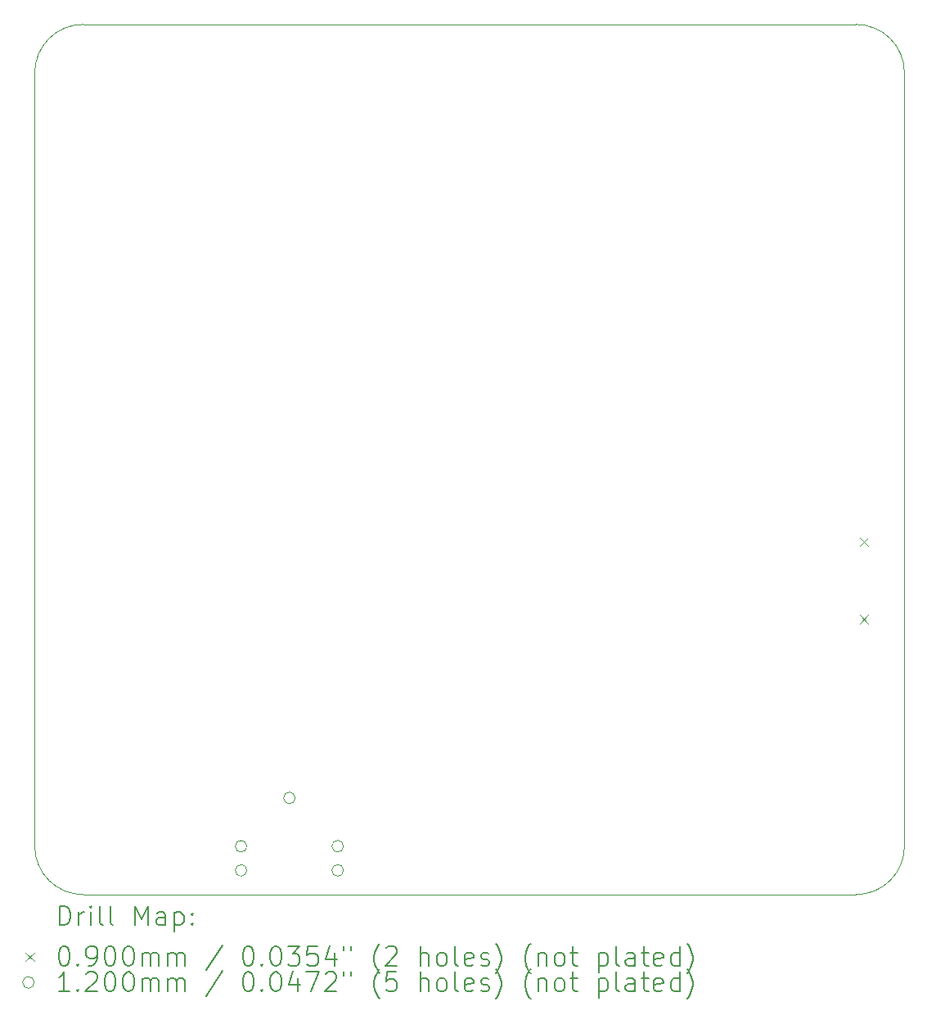
<source format=gbr>
%TF.GenerationSoftware,KiCad,Pcbnew,7.0.9*%
%TF.CreationDate,2024-02-28T20:27:16+01:00*%
%TF.ProjectId,logger_pcb_kicad,6c6f6767-6572-45f7-9063-625f6b696361,rev?*%
%TF.SameCoordinates,Original*%
%TF.FileFunction,Drillmap*%
%TF.FilePolarity,Positive*%
%FSLAX45Y45*%
G04 Gerber Fmt 4.5, Leading zero omitted, Abs format (unit mm)*
G04 Created by KiCad (PCBNEW 7.0.9) date 2024-02-28 20:27:16*
%MOMM*%
%LPD*%
G01*
G04 APERTURE LIST*
%ADD10C,0.100000*%
%ADD11C,0.200000*%
%ADD12C,0.120000*%
G04 APERTURE END LIST*
D10*
X10450000Y-13200000D02*
G75*
G03*
X10950000Y-13700000I500000J0D01*
G01*
X10450000Y-5200000D02*
X10450000Y-13200000D01*
X18950000Y-13700000D02*
G75*
G03*
X19450000Y-13200000I0J500000D01*
G01*
X19450000Y-5200000D02*
G75*
G03*
X18950000Y-4700000I-500000J0D01*
G01*
X10950000Y-4700000D02*
G75*
G03*
X10450000Y-5200000I0J-500000D01*
G01*
X18950000Y-4700000D02*
X10950000Y-4700000D01*
X19450000Y-13200000D02*
X19450000Y-5200000D01*
X10950000Y-13700000D02*
X18950000Y-13700000D01*
D11*
D10*
X18986460Y-10007320D02*
X19076460Y-10097320D01*
X19076460Y-10007320D02*
X18986460Y-10097320D01*
X18986460Y-10807320D02*
X19076460Y-10897320D01*
X19076460Y-10807320D02*
X18986460Y-10897320D01*
D12*
X12645000Y-13200000D02*
G75*
G03*
X12645000Y-13200000I-60000J0D01*
G01*
X12645000Y-13450000D02*
G75*
G03*
X12645000Y-13450000I-60000J0D01*
G01*
X13145000Y-12700000D02*
G75*
G03*
X13145000Y-12700000I-60000J0D01*
G01*
X13645000Y-13200000D02*
G75*
G03*
X13645000Y-13200000I-60000J0D01*
G01*
X13645000Y-13450000D02*
G75*
G03*
X13645000Y-13450000I-60000J0D01*
G01*
D11*
X10705777Y-14016484D02*
X10705777Y-13816484D01*
X10705777Y-13816484D02*
X10753396Y-13816484D01*
X10753396Y-13816484D02*
X10781967Y-13826008D01*
X10781967Y-13826008D02*
X10801015Y-13845055D01*
X10801015Y-13845055D02*
X10810539Y-13864103D01*
X10810539Y-13864103D02*
X10820063Y-13902198D01*
X10820063Y-13902198D02*
X10820063Y-13930769D01*
X10820063Y-13930769D02*
X10810539Y-13968865D01*
X10810539Y-13968865D02*
X10801015Y-13987912D01*
X10801015Y-13987912D02*
X10781967Y-14006960D01*
X10781967Y-14006960D02*
X10753396Y-14016484D01*
X10753396Y-14016484D02*
X10705777Y-14016484D01*
X10905777Y-14016484D02*
X10905777Y-13883150D01*
X10905777Y-13921246D02*
X10915301Y-13902198D01*
X10915301Y-13902198D02*
X10924824Y-13892674D01*
X10924824Y-13892674D02*
X10943872Y-13883150D01*
X10943872Y-13883150D02*
X10962920Y-13883150D01*
X11029586Y-14016484D02*
X11029586Y-13883150D01*
X11029586Y-13816484D02*
X11020063Y-13826008D01*
X11020063Y-13826008D02*
X11029586Y-13835531D01*
X11029586Y-13835531D02*
X11039110Y-13826008D01*
X11039110Y-13826008D02*
X11029586Y-13816484D01*
X11029586Y-13816484D02*
X11029586Y-13835531D01*
X11153396Y-14016484D02*
X11134348Y-14006960D01*
X11134348Y-14006960D02*
X11124824Y-13987912D01*
X11124824Y-13987912D02*
X11124824Y-13816484D01*
X11258158Y-14016484D02*
X11239110Y-14006960D01*
X11239110Y-14006960D02*
X11229586Y-13987912D01*
X11229586Y-13987912D02*
X11229586Y-13816484D01*
X11486729Y-14016484D02*
X11486729Y-13816484D01*
X11486729Y-13816484D02*
X11553396Y-13959341D01*
X11553396Y-13959341D02*
X11620062Y-13816484D01*
X11620062Y-13816484D02*
X11620062Y-14016484D01*
X11801015Y-14016484D02*
X11801015Y-13911722D01*
X11801015Y-13911722D02*
X11791491Y-13892674D01*
X11791491Y-13892674D02*
X11772443Y-13883150D01*
X11772443Y-13883150D02*
X11734348Y-13883150D01*
X11734348Y-13883150D02*
X11715301Y-13892674D01*
X11801015Y-14006960D02*
X11781967Y-14016484D01*
X11781967Y-14016484D02*
X11734348Y-14016484D01*
X11734348Y-14016484D02*
X11715301Y-14006960D01*
X11715301Y-14006960D02*
X11705777Y-13987912D01*
X11705777Y-13987912D02*
X11705777Y-13968865D01*
X11705777Y-13968865D02*
X11715301Y-13949817D01*
X11715301Y-13949817D02*
X11734348Y-13940293D01*
X11734348Y-13940293D02*
X11781967Y-13940293D01*
X11781967Y-13940293D02*
X11801015Y-13930769D01*
X11896253Y-13883150D02*
X11896253Y-14083150D01*
X11896253Y-13892674D02*
X11915301Y-13883150D01*
X11915301Y-13883150D02*
X11953396Y-13883150D01*
X11953396Y-13883150D02*
X11972443Y-13892674D01*
X11972443Y-13892674D02*
X11981967Y-13902198D01*
X11981967Y-13902198D02*
X11991491Y-13921246D01*
X11991491Y-13921246D02*
X11991491Y-13978388D01*
X11991491Y-13978388D02*
X11981967Y-13997436D01*
X11981967Y-13997436D02*
X11972443Y-14006960D01*
X11972443Y-14006960D02*
X11953396Y-14016484D01*
X11953396Y-14016484D02*
X11915301Y-14016484D01*
X11915301Y-14016484D02*
X11896253Y-14006960D01*
X12077205Y-13997436D02*
X12086729Y-14006960D01*
X12086729Y-14006960D02*
X12077205Y-14016484D01*
X12077205Y-14016484D02*
X12067682Y-14006960D01*
X12067682Y-14006960D02*
X12077205Y-13997436D01*
X12077205Y-13997436D02*
X12077205Y-14016484D01*
X12077205Y-13892674D02*
X12086729Y-13902198D01*
X12086729Y-13902198D02*
X12077205Y-13911722D01*
X12077205Y-13911722D02*
X12067682Y-13902198D01*
X12067682Y-13902198D02*
X12077205Y-13892674D01*
X12077205Y-13892674D02*
X12077205Y-13911722D01*
D10*
X10355000Y-14300000D02*
X10445000Y-14390000D01*
X10445000Y-14300000D02*
X10355000Y-14390000D01*
D11*
X10743872Y-14236484D02*
X10762920Y-14236484D01*
X10762920Y-14236484D02*
X10781967Y-14246008D01*
X10781967Y-14246008D02*
X10791491Y-14255531D01*
X10791491Y-14255531D02*
X10801015Y-14274579D01*
X10801015Y-14274579D02*
X10810539Y-14312674D01*
X10810539Y-14312674D02*
X10810539Y-14360293D01*
X10810539Y-14360293D02*
X10801015Y-14398388D01*
X10801015Y-14398388D02*
X10791491Y-14417436D01*
X10791491Y-14417436D02*
X10781967Y-14426960D01*
X10781967Y-14426960D02*
X10762920Y-14436484D01*
X10762920Y-14436484D02*
X10743872Y-14436484D01*
X10743872Y-14436484D02*
X10724824Y-14426960D01*
X10724824Y-14426960D02*
X10715301Y-14417436D01*
X10715301Y-14417436D02*
X10705777Y-14398388D01*
X10705777Y-14398388D02*
X10696253Y-14360293D01*
X10696253Y-14360293D02*
X10696253Y-14312674D01*
X10696253Y-14312674D02*
X10705777Y-14274579D01*
X10705777Y-14274579D02*
X10715301Y-14255531D01*
X10715301Y-14255531D02*
X10724824Y-14246008D01*
X10724824Y-14246008D02*
X10743872Y-14236484D01*
X10896253Y-14417436D02*
X10905777Y-14426960D01*
X10905777Y-14426960D02*
X10896253Y-14436484D01*
X10896253Y-14436484D02*
X10886729Y-14426960D01*
X10886729Y-14426960D02*
X10896253Y-14417436D01*
X10896253Y-14417436D02*
X10896253Y-14436484D01*
X11001015Y-14436484D02*
X11039110Y-14436484D01*
X11039110Y-14436484D02*
X11058158Y-14426960D01*
X11058158Y-14426960D02*
X11067682Y-14417436D01*
X11067682Y-14417436D02*
X11086729Y-14388865D01*
X11086729Y-14388865D02*
X11096253Y-14350769D01*
X11096253Y-14350769D02*
X11096253Y-14274579D01*
X11096253Y-14274579D02*
X11086729Y-14255531D01*
X11086729Y-14255531D02*
X11077205Y-14246008D01*
X11077205Y-14246008D02*
X11058158Y-14236484D01*
X11058158Y-14236484D02*
X11020063Y-14236484D01*
X11020063Y-14236484D02*
X11001015Y-14246008D01*
X11001015Y-14246008D02*
X10991491Y-14255531D01*
X10991491Y-14255531D02*
X10981967Y-14274579D01*
X10981967Y-14274579D02*
X10981967Y-14322198D01*
X10981967Y-14322198D02*
X10991491Y-14341246D01*
X10991491Y-14341246D02*
X11001015Y-14350769D01*
X11001015Y-14350769D02*
X11020063Y-14360293D01*
X11020063Y-14360293D02*
X11058158Y-14360293D01*
X11058158Y-14360293D02*
X11077205Y-14350769D01*
X11077205Y-14350769D02*
X11086729Y-14341246D01*
X11086729Y-14341246D02*
X11096253Y-14322198D01*
X11220062Y-14236484D02*
X11239110Y-14236484D01*
X11239110Y-14236484D02*
X11258158Y-14246008D01*
X11258158Y-14246008D02*
X11267682Y-14255531D01*
X11267682Y-14255531D02*
X11277205Y-14274579D01*
X11277205Y-14274579D02*
X11286729Y-14312674D01*
X11286729Y-14312674D02*
X11286729Y-14360293D01*
X11286729Y-14360293D02*
X11277205Y-14398388D01*
X11277205Y-14398388D02*
X11267682Y-14417436D01*
X11267682Y-14417436D02*
X11258158Y-14426960D01*
X11258158Y-14426960D02*
X11239110Y-14436484D01*
X11239110Y-14436484D02*
X11220062Y-14436484D01*
X11220062Y-14436484D02*
X11201015Y-14426960D01*
X11201015Y-14426960D02*
X11191491Y-14417436D01*
X11191491Y-14417436D02*
X11181967Y-14398388D01*
X11181967Y-14398388D02*
X11172444Y-14360293D01*
X11172444Y-14360293D02*
X11172444Y-14312674D01*
X11172444Y-14312674D02*
X11181967Y-14274579D01*
X11181967Y-14274579D02*
X11191491Y-14255531D01*
X11191491Y-14255531D02*
X11201015Y-14246008D01*
X11201015Y-14246008D02*
X11220062Y-14236484D01*
X11410539Y-14236484D02*
X11429586Y-14236484D01*
X11429586Y-14236484D02*
X11448634Y-14246008D01*
X11448634Y-14246008D02*
X11458158Y-14255531D01*
X11458158Y-14255531D02*
X11467682Y-14274579D01*
X11467682Y-14274579D02*
X11477205Y-14312674D01*
X11477205Y-14312674D02*
X11477205Y-14360293D01*
X11477205Y-14360293D02*
X11467682Y-14398388D01*
X11467682Y-14398388D02*
X11458158Y-14417436D01*
X11458158Y-14417436D02*
X11448634Y-14426960D01*
X11448634Y-14426960D02*
X11429586Y-14436484D01*
X11429586Y-14436484D02*
X11410539Y-14436484D01*
X11410539Y-14436484D02*
X11391491Y-14426960D01*
X11391491Y-14426960D02*
X11381967Y-14417436D01*
X11381967Y-14417436D02*
X11372443Y-14398388D01*
X11372443Y-14398388D02*
X11362920Y-14360293D01*
X11362920Y-14360293D02*
X11362920Y-14312674D01*
X11362920Y-14312674D02*
X11372443Y-14274579D01*
X11372443Y-14274579D02*
X11381967Y-14255531D01*
X11381967Y-14255531D02*
X11391491Y-14246008D01*
X11391491Y-14246008D02*
X11410539Y-14236484D01*
X11562920Y-14436484D02*
X11562920Y-14303150D01*
X11562920Y-14322198D02*
X11572443Y-14312674D01*
X11572443Y-14312674D02*
X11591491Y-14303150D01*
X11591491Y-14303150D02*
X11620063Y-14303150D01*
X11620063Y-14303150D02*
X11639110Y-14312674D01*
X11639110Y-14312674D02*
X11648634Y-14331722D01*
X11648634Y-14331722D02*
X11648634Y-14436484D01*
X11648634Y-14331722D02*
X11658158Y-14312674D01*
X11658158Y-14312674D02*
X11677205Y-14303150D01*
X11677205Y-14303150D02*
X11705777Y-14303150D01*
X11705777Y-14303150D02*
X11724824Y-14312674D01*
X11724824Y-14312674D02*
X11734348Y-14331722D01*
X11734348Y-14331722D02*
X11734348Y-14436484D01*
X11829586Y-14436484D02*
X11829586Y-14303150D01*
X11829586Y-14322198D02*
X11839110Y-14312674D01*
X11839110Y-14312674D02*
X11858158Y-14303150D01*
X11858158Y-14303150D02*
X11886729Y-14303150D01*
X11886729Y-14303150D02*
X11905777Y-14312674D01*
X11905777Y-14312674D02*
X11915301Y-14331722D01*
X11915301Y-14331722D02*
X11915301Y-14436484D01*
X11915301Y-14331722D02*
X11924824Y-14312674D01*
X11924824Y-14312674D02*
X11943872Y-14303150D01*
X11943872Y-14303150D02*
X11972443Y-14303150D01*
X11972443Y-14303150D02*
X11991491Y-14312674D01*
X11991491Y-14312674D02*
X12001015Y-14331722D01*
X12001015Y-14331722D02*
X12001015Y-14436484D01*
X12391491Y-14226960D02*
X12220063Y-14484103D01*
X12648634Y-14236484D02*
X12667682Y-14236484D01*
X12667682Y-14236484D02*
X12686729Y-14246008D01*
X12686729Y-14246008D02*
X12696253Y-14255531D01*
X12696253Y-14255531D02*
X12705777Y-14274579D01*
X12705777Y-14274579D02*
X12715301Y-14312674D01*
X12715301Y-14312674D02*
X12715301Y-14360293D01*
X12715301Y-14360293D02*
X12705777Y-14398388D01*
X12705777Y-14398388D02*
X12696253Y-14417436D01*
X12696253Y-14417436D02*
X12686729Y-14426960D01*
X12686729Y-14426960D02*
X12667682Y-14436484D01*
X12667682Y-14436484D02*
X12648634Y-14436484D01*
X12648634Y-14436484D02*
X12629586Y-14426960D01*
X12629586Y-14426960D02*
X12620063Y-14417436D01*
X12620063Y-14417436D02*
X12610539Y-14398388D01*
X12610539Y-14398388D02*
X12601015Y-14360293D01*
X12601015Y-14360293D02*
X12601015Y-14312674D01*
X12601015Y-14312674D02*
X12610539Y-14274579D01*
X12610539Y-14274579D02*
X12620063Y-14255531D01*
X12620063Y-14255531D02*
X12629586Y-14246008D01*
X12629586Y-14246008D02*
X12648634Y-14236484D01*
X12801015Y-14417436D02*
X12810539Y-14426960D01*
X12810539Y-14426960D02*
X12801015Y-14436484D01*
X12801015Y-14436484D02*
X12791491Y-14426960D01*
X12791491Y-14426960D02*
X12801015Y-14417436D01*
X12801015Y-14417436D02*
X12801015Y-14436484D01*
X12934348Y-14236484D02*
X12953396Y-14236484D01*
X12953396Y-14236484D02*
X12972444Y-14246008D01*
X12972444Y-14246008D02*
X12981967Y-14255531D01*
X12981967Y-14255531D02*
X12991491Y-14274579D01*
X12991491Y-14274579D02*
X13001015Y-14312674D01*
X13001015Y-14312674D02*
X13001015Y-14360293D01*
X13001015Y-14360293D02*
X12991491Y-14398388D01*
X12991491Y-14398388D02*
X12981967Y-14417436D01*
X12981967Y-14417436D02*
X12972444Y-14426960D01*
X12972444Y-14426960D02*
X12953396Y-14436484D01*
X12953396Y-14436484D02*
X12934348Y-14436484D01*
X12934348Y-14436484D02*
X12915301Y-14426960D01*
X12915301Y-14426960D02*
X12905777Y-14417436D01*
X12905777Y-14417436D02*
X12896253Y-14398388D01*
X12896253Y-14398388D02*
X12886729Y-14360293D01*
X12886729Y-14360293D02*
X12886729Y-14312674D01*
X12886729Y-14312674D02*
X12896253Y-14274579D01*
X12896253Y-14274579D02*
X12905777Y-14255531D01*
X12905777Y-14255531D02*
X12915301Y-14246008D01*
X12915301Y-14246008D02*
X12934348Y-14236484D01*
X13067682Y-14236484D02*
X13191491Y-14236484D01*
X13191491Y-14236484D02*
X13124825Y-14312674D01*
X13124825Y-14312674D02*
X13153396Y-14312674D01*
X13153396Y-14312674D02*
X13172444Y-14322198D01*
X13172444Y-14322198D02*
X13181967Y-14331722D01*
X13181967Y-14331722D02*
X13191491Y-14350769D01*
X13191491Y-14350769D02*
X13191491Y-14398388D01*
X13191491Y-14398388D02*
X13181967Y-14417436D01*
X13181967Y-14417436D02*
X13172444Y-14426960D01*
X13172444Y-14426960D02*
X13153396Y-14436484D01*
X13153396Y-14436484D02*
X13096253Y-14436484D01*
X13096253Y-14436484D02*
X13077206Y-14426960D01*
X13077206Y-14426960D02*
X13067682Y-14417436D01*
X13372444Y-14236484D02*
X13277206Y-14236484D01*
X13277206Y-14236484D02*
X13267682Y-14331722D01*
X13267682Y-14331722D02*
X13277206Y-14322198D01*
X13277206Y-14322198D02*
X13296253Y-14312674D01*
X13296253Y-14312674D02*
X13343872Y-14312674D01*
X13343872Y-14312674D02*
X13362920Y-14322198D01*
X13362920Y-14322198D02*
X13372444Y-14331722D01*
X13372444Y-14331722D02*
X13381967Y-14350769D01*
X13381967Y-14350769D02*
X13381967Y-14398388D01*
X13381967Y-14398388D02*
X13372444Y-14417436D01*
X13372444Y-14417436D02*
X13362920Y-14426960D01*
X13362920Y-14426960D02*
X13343872Y-14436484D01*
X13343872Y-14436484D02*
X13296253Y-14436484D01*
X13296253Y-14436484D02*
X13277206Y-14426960D01*
X13277206Y-14426960D02*
X13267682Y-14417436D01*
X13553396Y-14303150D02*
X13553396Y-14436484D01*
X13505777Y-14226960D02*
X13458158Y-14369817D01*
X13458158Y-14369817D02*
X13581967Y-14369817D01*
X13648634Y-14236484D02*
X13648634Y-14274579D01*
X13724825Y-14236484D02*
X13724825Y-14274579D01*
X14020063Y-14512674D02*
X14010539Y-14503150D01*
X14010539Y-14503150D02*
X13991491Y-14474579D01*
X13991491Y-14474579D02*
X13981968Y-14455531D01*
X13981968Y-14455531D02*
X13972444Y-14426960D01*
X13972444Y-14426960D02*
X13962920Y-14379341D01*
X13962920Y-14379341D02*
X13962920Y-14341246D01*
X13962920Y-14341246D02*
X13972444Y-14293627D01*
X13972444Y-14293627D02*
X13981968Y-14265055D01*
X13981968Y-14265055D02*
X13991491Y-14246008D01*
X13991491Y-14246008D02*
X14010539Y-14217436D01*
X14010539Y-14217436D02*
X14020063Y-14207912D01*
X14086729Y-14255531D02*
X14096253Y-14246008D01*
X14096253Y-14246008D02*
X14115301Y-14236484D01*
X14115301Y-14236484D02*
X14162920Y-14236484D01*
X14162920Y-14236484D02*
X14181968Y-14246008D01*
X14181968Y-14246008D02*
X14191491Y-14255531D01*
X14191491Y-14255531D02*
X14201015Y-14274579D01*
X14201015Y-14274579D02*
X14201015Y-14293627D01*
X14201015Y-14293627D02*
X14191491Y-14322198D01*
X14191491Y-14322198D02*
X14077206Y-14436484D01*
X14077206Y-14436484D02*
X14201015Y-14436484D01*
X14439110Y-14436484D02*
X14439110Y-14236484D01*
X14524825Y-14436484D02*
X14524825Y-14331722D01*
X14524825Y-14331722D02*
X14515301Y-14312674D01*
X14515301Y-14312674D02*
X14496253Y-14303150D01*
X14496253Y-14303150D02*
X14467682Y-14303150D01*
X14467682Y-14303150D02*
X14448634Y-14312674D01*
X14448634Y-14312674D02*
X14439110Y-14322198D01*
X14648634Y-14436484D02*
X14629587Y-14426960D01*
X14629587Y-14426960D02*
X14620063Y-14417436D01*
X14620063Y-14417436D02*
X14610539Y-14398388D01*
X14610539Y-14398388D02*
X14610539Y-14341246D01*
X14610539Y-14341246D02*
X14620063Y-14322198D01*
X14620063Y-14322198D02*
X14629587Y-14312674D01*
X14629587Y-14312674D02*
X14648634Y-14303150D01*
X14648634Y-14303150D02*
X14677206Y-14303150D01*
X14677206Y-14303150D02*
X14696253Y-14312674D01*
X14696253Y-14312674D02*
X14705777Y-14322198D01*
X14705777Y-14322198D02*
X14715301Y-14341246D01*
X14715301Y-14341246D02*
X14715301Y-14398388D01*
X14715301Y-14398388D02*
X14705777Y-14417436D01*
X14705777Y-14417436D02*
X14696253Y-14426960D01*
X14696253Y-14426960D02*
X14677206Y-14436484D01*
X14677206Y-14436484D02*
X14648634Y-14436484D01*
X14829587Y-14436484D02*
X14810539Y-14426960D01*
X14810539Y-14426960D02*
X14801015Y-14407912D01*
X14801015Y-14407912D02*
X14801015Y-14236484D01*
X14981968Y-14426960D02*
X14962920Y-14436484D01*
X14962920Y-14436484D02*
X14924825Y-14436484D01*
X14924825Y-14436484D02*
X14905777Y-14426960D01*
X14905777Y-14426960D02*
X14896253Y-14407912D01*
X14896253Y-14407912D02*
X14896253Y-14331722D01*
X14896253Y-14331722D02*
X14905777Y-14312674D01*
X14905777Y-14312674D02*
X14924825Y-14303150D01*
X14924825Y-14303150D02*
X14962920Y-14303150D01*
X14962920Y-14303150D02*
X14981968Y-14312674D01*
X14981968Y-14312674D02*
X14991491Y-14331722D01*
X14991491Y-14331722D02*
X14991491Y-14350769D01*
X14991491Y-14350769D02*
X14896253Y-14369817D01*
X15067682Y-14426960D02*
X15086730Y-14436484D01*
X15086730Y-14436484D02*
X15124825Y-14436484D01*
X15124825Y-14436484D02*
X15143872Y-14426960D01*
X15143872Y-14426960D02*
X15153396Y-14407912D01*
X15153396Y-14407912D02*
X15153396Y-14398388D01*
X15153396Y-14398388D02*
X15143872Y-14379341D01*
X15143872Y-14379341D02*
X15124825Y-14369817D01*
X15124825Y-14369817D02*
X15096253Y-14369817D01*
X15096253Y-14369817D02*
X15077206Y-14360293D01*
X15077206Y-14360293D02*
X15067682Y-14341246D01*
X15067682Y-14341246D02*
X15067682Y-14331722D01*
X15067682Y-14331722D02*
X15077206Y-14312674D01*
X15077206Y-14312674D02*
X15096253Y-14303150D01*
X15096253Y-14303150D02*
X15124825Y-14303150D01*
X15124825Y-14303150D02*
X15143872Y-14312674D01*
X15220063Y-14512674D02*
X15229587Y-14503150D01*
X15229587Y-14503150D02*
X15248634Y-14474579D01*
X15248634Y-14474579D02*
X15258158Y-14455531D01*
X15258158Y-14455531D02*
X15267682Y-14426960D01*
X15267682Y-14426960D02*
X15277206Y-14379341D01*
X15277206Y-14379341D02*
X15277206Y-14341246D01*
X15277206Y-14341246D02*
X15267682Y-14293627D01*
X15267682Y-14293627D02*
X15258158Y-14265055D01*
X15258158Y-14265055D02*
X15248634Y-14246008D01*
X15248634Y-14246008D02*
X15229587Y-14217436D01*
X15229587Y-14217436D02*
X15220063Y-14207912D01*
X15581968Y-14512674D02*
X15572444Y-14503150D01*
X15572444Y-14503150D02*
X15553396Y-14474579D01*
X15553396Y-14474579D02*
X15543872Y-14455531D01*
X15543872Y-14455531D02*
X15534349Y-14426960D01*
X15534349Y-14426960D02*
X15524825Y-14379341D01*
X15524825Y-14379341D02*
X15524825Y-14341246D01*
X15524825Y-14341246D02*
X15534349Y-14293627D01*
X15534349Y-14293627D02*
X15543872Y-14265055D01*
X15543872Y-14265055D02*
X15553396Y-14246008D01*
X15553396Y-14246008D02*
X15572444Y-14217436D01*
X15572444Y-14217436D02*
X15581968Y-14207912D01*
X15658158Y-14303150D02*
X15658158Y-14436484D01*
X15658158Y-14322198D02*
X15667682Y-14312674D01*
X15667682Y-14312674D02*
X15686730Y-14303150D01*
X15686730Y-14303150D02*
X15715301Y-14303150D01*
X15715301Y-14303150D02*
X15734349Y-14312674D01*
X15734349Y-14312674D02*
X15743872Y-14331722D01*
X15743872Y-14331722D02*
X15743872Y-14436484D01*
X15867682Y-14436484D02*
X15848634Y-14426960D01*
X15848634Y-14426960D02*
X15839111Y-14417436D01*
X15839111Y-14417436D02*
X15829587Y-14398388D01*
X15829587Y-14398388D02*
X15829587Y-14341246D01*
X15829587Y-14341246D02*
X15839111Y-14322198D01*
X15839111Y-14322198D02*
X15848634Y-14312674D01*
X15848634Y-14312674D02*
X15867682Y-14303150D01*
X15867682Y-14303150D02*
X15896253Y-14303150D01*
X15896253Y-14303150D02*
X15915301Y-14312674D01*
X15915301Y-14312674D02*
X15924825Y-14322198D01*
X15924825Y-14322198D02*
X15934349Y-14341246D01*
X15934349Y-14341246D02*
X15934349Y-14398388D01*
X15934349Y-14398388D02*
X15924825Y-14417436D01*
X15924825Y-14417436D02*
X15915301Y-14426960D01*
X15915301Y-14426960D02*
X15896253Y-14436484D01*
X15896253Y-14436484D02*
X15867682Y-14436484D01*
X15991492Y-14303150D02*
X16067682Y-14303150D01*
X16020063Y-14236484D02*
X16020063Y-14407912D01*
X16020063Y-14407912D02*
X16029587Y-14426960D01*
X16029587Y-14426960D02*
X16048634Y-14436484D01*
X16048634Y-14436484D02*
X16067682Y-14436484D01*
X16286730Y-14303150D02*
X16286730Y-14503150D01*
X16286730Y-14312674D02*
X16305777Y-14303150D01*
X16305777Y-14303150D02*
X16343873Y-14303150D01*
X16343873Y-14303150D02*
X16362920Y-14312674D01*
X16362920Y-14312674D02*
X16372444Y-14322198D01*
X16372444Y-14322198D02*
X16381968Y-14341246D01*
X16381968Y-14341246D02*
X16381968Y-14398388D01*
X16381968Y-14398388D02*
X16372444Y-14417436D01*
X16372444Y-14417436D02*
X16362920Y-14426960D01*
X16362920Y-14426960D02*
X16343873Y-14436484D01*
X16343873Y-14436484D02*
X16305777Y-14436484D01*
X16305777Y-14436484D02*
X16286730Y-14426960D01*
X16496253Y-14436484D02*
X16477206Y-14426960D01*
X16477206Y-14426960D02*
X16467682Y-14407912D01*
X16467682Y-14407912D02*
X16467682Y-14236484D01*
X16658158Y-14436484D02*
X16658158Y-14331722D01*
X16658158Y-14331722D02*
X16648634Y-14312674D01*
X16648634Y-14312674D02*
X16629587Y-14303150D01*
X16629587Y-14303150D02*
X16591492Y-14303150D01*
X16591492Y-14303150D02*
X16572444Y-14312674D01*
X16658158Y-14426960D02*
X16639111Y-14436484D01*
X16639111Y-14436484D02*
X16591492Y-14436484D01*
X16591492Y-14436484D02*
X16572444Y-14426960D01*
X16572444Y-14426960D02*
X16562920Y-14407912D01*
X16562920Y-14407912D02*
X16562920Y-14388865D01*
X16562920Y-14388865D02*
X16572444Y-14369817D01*
X16572444Y-14369817D02*
X16591492Y-14360293D01*
X16591492Y-14360293D02*
X16639111Y-14360293D01*
X16639111Y-14360293D02*
X16658158Y-14350769D01*
X16724825Y-14303150D02*
X16801015Y-14303150D01*
X16753396Y-14236484D02*
X16753396Y-14407912D01*
X16753396Y-14407912D02*
X16762920Y-14426960D01*
X16762920Y-14426960D02*
X16781968Y-14436484D01*
X16781968Y-14436484D02*
X16801015Y-14436484D01*
X16943873Y-14426960D02*
X16924825Y-14436484D01*
X16924825Y-14436484D02*
X16886730Y-14436484D01*
X16886730Y-14436484D02*
X16867682Y-14426960D01*
X16867682Y-14426960D02*
X16858158Y-14407912D01*
X16858158Y-14407912D02*
X16858158Y-14331722D01*
X16858158Y-14331722D02*
X16867682Y-14312674D01*
X16867682Y-14312674D02*
X16886730Y-14303150D01*
X16886730Y-14303150D02*
X16924825Y-14303150D01*
X16924825Y-14303150D02*
X16943873Y-14312674D01*
X16943873Y-14312674D02*
X16953396Y-14331722D01*
X16953396Y-14331722D02*
X16953396Y-14350769D01*
X16953396Y-14350769D02*
X16858158Y-14369817D01*
X17124825Y-14436484D02*
X17124825Y-14236484D01*
X17124825Y-14426960D02*
X17105777Y-14436484D01*
X17105777Y-14436484D02*
X17067682Y-14436484D01*
X17067682Y-14436484D02*
X17048635Y-14426960D01*
X17048635Y-14426960D02*
X17039111Y-14417436D01*
X17039111Y-14417436D02*
X17029587Y-14398388D01*
X17029587Y-14398388D02*
X17029587Y-14341246D01*
X17029587Y-14341246D02*
X17039111Y-14322198D01*
X17039111Y-14322198D02*
X17048635Y-14312674D01*
X17048635Y-14312674D02*
X17067682Y-14303150D01*
X17067682Y-14303150D02*
X17105777Y-14303150D01*
X17105777Y-14303150D02*
X17124825Y-14312674D01*
X17201016Y-14512674D02*
X17210539Y-14503150D01*
X17210539Y-14503150D02*
X17229587Y-14474579D01*
X17229587Y-14474579D02*
X17239111Y-14455531D01*
X17239111Y-14455531D02*
X17248635Y-14426960D01*
X17248635Y-14426960D02*
X17258158Y-14379341D01*
X17258158Y-14379341D02*
X17258158Y-14341246D01*
X17258158Y-14341246D02*
X17248635Y-14293627D01*
X17248635Y-14293627D02*
X17239111Y-14265055D01*
X17239111Y-14265055D02*
X17229587Y-14246008D01*
X17229587Y-14246008D02*
X17210539Y-14217436D01*
X17210539Y-14217436D02*
X17201016Y-14207912D01*
D12*
X10445000Y-14609000D02*
G75*
G03*
X10445000Y-14609000I-60000J0D01*
G01*
D11*
X10810539Y-14700484D02*
X10696253Y-14700484D01*
X10753396Y-14700484D02*
X10753396Y-14500484D01*
X10753396Y-14500484D02*
X10734348Y-14529055D01*
X10734348Y-14529055D02*
X10715301Y-14548103D01*
X10715301Y-14548103D02*
X10696253Y-14557627D01*
X10896253Y-14681436D02*
X10905777Y-14690960D01*
X10905777Y-14690960D02*
X10896253Y-14700484D01*
X10896253Y-14700484D02*
X10886729Y-14690960D01*
X10886729Y-14690960D02*
X10896253Y-14681436D01*
X10896253Y-14681436D02*
X10896253Y-14700484D01*
X10981967Y-14519531D02*
X10991491Y-14510008D01*
X10991491Y-14510008D02*
X11010539Y-14500484D01*
X11010539Y-14500484D02*
X11058158Y-14500484D01*
X11058158Y-14500484D02*
X11077205Y-14510008D01*
X11077205Y-14510008D02*
X11086729Y-14519531D01*
X11086729Y-14519531D02*
X11096253Y-14538579D01*
X11096253Y-14538579D02*
X11096253Y-14557627D01*
X11096253Y-14557627D02*
X11086729Y-14586198D01*
X11086729Y-14586198D02*
X10972444Y-14700484D01*
X10972444Y-14700484D02*
X11096253Y-14700484D01*
X11220062Y-14500484D02*
X11239110Y-14500484D01*
X11239110Y-14500484D02*
X11258158Y-14510008D01*
X11258158Y-14510008D02*
X11267682Y-14519531D01*
X11267682Y-14519531D02*
X11277205Y-14538579D01*
X11277205Y-14538579D02*
X11286729Y-14576674D01*
X11286729Y-14576674D02*
X11286729Y-14624293D01*
X11286729Y-14624293D02*
X11277205Y-14662388D01*
X11277205Y-14662388D02*
X11267682Y-14681436D01*
X11267682Y-14681436D02*
X11258158Y-14690960D01*
X11258158Y-14690960D02*
X11239110Y-14700484D01*
X11239110Y-14700484D02*
X11220062Y-14700484D01*
X11220062Y-14700484D02*
X11201015Y-14690960D01*
X11201015Y-14690960D02*
X11191491Y-14681436D01*
X11191491Y-14681436D02*
X11181967Y-14662388D01*
X11181967Y-14662388D02*
X11172444Y-14624293D01*
X11172444Y-14624293D02*
X11172444Y-14576674D01*
X11172444Y-14576674D02*
X11181967Y-14538579D01*
X11181967Y-14538579D02*
X11191491Y-14519531D01*
X11191491Y-14519531D02*
X11201015Y-14510008D01*
X11201015Y-14510008D02*
X11220062Y-14500484D01*
X11410539Y-14500484D02*
X11429586Y-14500484D01*
X11429586Y-14500484D02*
X11448634Y-14510008D01*
X11448634Y-14510008D02*
X11458158Y-14519531D01*
X11458158Y-14519531D02*
X11467682Y-14538579D01*
X11467682Y-14538579D02*
X11477205Y-14576674D01*
X11477205Y-14576674D02*
X11477205Y-14624293D01*
X11477205Y-14624293D02*
X11467682Y-14662388D01*
X11467682Y-14662388D02*
X11458158Y-14681436D01*
X11458158Y-14681436D02*
X11448634Y-14690960D01*
X11448634Y-14690960D02*
X11429586Y-14700484D01*
X11429586Y-14700484D02*
X11410539Y-14700484D01*
X11410539Y-14700484D02*
X11391491Y-14690960D01*
X11391491Y-14690960D02*
X11381967Y-14681436D01*
X11381967Y-14681436D02*
X11372443Y-14662388D01*
X11372443Y-14662388D02*
X11362920Y-14624293D01*
X11362920Y-14624293D02*
X11362920Y-14576674D01*
X11362920Y-14576674D02*
X11372443Y-14538579D01*
X11372443Y-14538579D02*
X11381967Y-14519531D01*
X11381967Y-14519531D02*
X11391491Y-14510008D01*
X11391491Y-14510008D02*
X11410539Y-14500484D01*
X11562920Y-14700484D02*
X11562920Y-14567150D01*
X11562920Y-14586198D02*
X11572443Y-14576674D01*
X11572443Y-14576674D02*
X11591491Y-14567150D01*
X11591491Y-14567150D02*
X11620063Y-14567150D01*
X11620063Y-14567150D02*
X11639110Y-14576674D01*
X11639110Y-14576674D02*
X11648634Y-14595722D01*
X11648634Y-14595722D02*
X11648634Y-14700484D01*
X11648634Y-14595722D02*
X11658158Y-14576674D01*
X11658158Y-14576674D02*
X11677205Y-14567150D01*
X11677205Y-14567150D02*
X11705777Y-14567150D01*
X11705777Y-14567150D02*
X11724824Y-14576674D01*
X11724824Y-14576674D02*
X11734348Y-14595722D01*
X11734348Y-14595722D02*
X11734348Y-14700484D01*
X11829586Y-14700484D02*
X11829586Y-14567150D01*
X11829586Y-14586198D02*
X11839110Y-14576674D01*
X11839110Y-14576674D02*
X11858158Y-14567150D01*
X11858158Y-14567150D02*
X11886729Y-14567150D01*
X11886729Y-14567150D02*
X11905777Y-14576674D01*
X11905777Y-14576674D02*
X11915301Y-14595722D01*
X11915301Y-14595722D02*
X11915301Y-14700484D01*
X11915301Y-14595722D02*
X11924824Y-14576674D01*
X11924824Y-14576674D02*
X11943872Y-14567150D01*
X11943872Y-14567150D02*
X11972443Y-14567150D01*
X11972443Y-14567150D02*
X11991491Y-14576674D01*
X11991491Y-14576674D02*
X12001015Y-14595722D01*
X12001015Y-14595722D02*
X12001015Y-14700484D01*
X12391491Y-14490960D02*
X12220063Y-14748103D01*
X12648634Y-14500484D02*
X12667682Y-14500484D01*
X12667682Y-14500484D02*
X12686729Y-14510008D01*
X12686729Y-14510008D02*
X12696253Y-14519531D01*
X12696253Y-14519531D02*
X12705777Y-14538579D01*
X12705777Y-14538579D02*
X12715301Y-14576674D01*
X12715301Y-14576674D02*
X12715301Y-14624293D01*
X12715301Y-14624293D02*
X12705777Y-14662388D01*
X12705777Y-14662388D02*
X12696253Y-14681436D01*
X12696253Y-14681436D02*
X12686729Y-14690960D01*
X12686729Y-14690960D02*
X12667682Y-14700484D01*
X12667682Y-14700484D02*
X12648634Y-14700484D01*
X12648634Y-14700484D02*
X12629586Y-14690960D01*
X12629586Y-14690960D02*
X12620063Y-14681436D01*
X12620063Y-14681436D02*
X12610539Y-14662388D01*
X12610539Y-14662388D02*
X12601015Y-14624293D01*
X12601015Y-14624293D02*
X12601015Y-14576674D01*
X12601015Y-14576674D02*
X12610539Y-14538579D01*
X12610539Y-14538579D02*
X12620063Y-14519531D01*
X12620063Y-14519531D02*
X12629586Y-14510008D01*
X12629586Y-14510008D02*
X12648634Y-14500484D01*
X12801015Y-14681436D02*
X12810539Y-14690960D01*
X12810539Y-14690960D02*
X12801015Y-14700484D01*
X12801015Y-14700484D02*
X12791491Y-14690960D01*
X12791491Y-14690960D02*
X12801015Y-14681436D01*
X12801015Y-14681436D02*
X12801015Y-14700484D01*
X12934348Y-14500484D02*
X12953396Y-14500484D01*
X12953396Y-14500484D02*
X12972444Y-14510008D01*
X12972444Y-14510008D02*
X12981967Y-14519531D01*
X12981967Y-14519531D02*
X12991491Y-14538579D01*
X12991491Y-14538579D02*
X13001015Y-14576674D01*
X13001015Y-14576674D02*
X13001015Y-14624293D01*
X13001015Y-14624293D02*
X12991491Y-14662388D01*
X12991491Y-14662388D02*
X12981967Y-14681436D01*
X12981967Y-14681436D02*
X12972444Y-14690960D01*
X12972444Y-14690960D02*
X12953396Y-14700484D01*
X12953396Y-14700484D02*
X12934348Y-14700484D01*
X12934348Y-14700484D02*
X12915301Y-14690960D01*
X12915301Y-14690960D02*
X12905777Y-14681436D01*
X12905777Y-14681436D02*
X12896253Y-14662388D01*
X12896253Y-14662388D02*
X12886729Y-14624293D01*
X12886729Y-14624293D02*
X12886729Y-14576674D01*
X12886729Y-14576674D02*
X12896253Y-14538579D01*
X12896253Y-14538579D02*
X12905777Y-14519531D01*
X12905777Y-14519531D02*
X12915301Y-14510008D01*
X12915301Y-14510008D02*
X12934348Y-14500484D01*
X13172444Y-14567150D02*
X13172444Y-14700484D01*
X13124825Y-14490960D02*
X13077206Y-14633817D01*
X13077206Y-14633817D02*
X13201015Y-14633817D01*
X13258158Y-14500484D02*
X13391491Y-14500484D01*
X13391491Y-14500484D02*
X13305777Y-14700484D01*
X13458158Y-14519531D02*
X13467682Y-14510008D01*
X13467682Y-14510008D02*
X13486729Y-14500484D01*
X13486729Y-14500484D02*
X13534348Y-14500484D01*
X13534348Y-14500484D02*
X13553396Y-14510008D01*
X13553396Y-14510008D02*
X13562920Y-14519531D01*
X13562920Y-14519531D02*
X13572444Y-14538579D01*
X13572444Y-14538579D02*
X13572444Y-14557627D01*
X13572444Y-14557627D02*
X13562920Y-14586198D01*
X13562920Y-14586198D02*
X13448634Y-14700484D01*
X13448634Y-14700484D02*
X13572444Y-14700484D01*
X13648634Y-14500484D02*
X13648634Y-14538579D01*
X13724825Y-14500484D02*
X13724825Y-14538579D01*
X14020063Y-14776674D02*
X14010539Y-14767150D01*
X14010539Y-14767150D02*
X13991491Y-14738579D01*
X13991491Y-14738579D02*
X13981968Y-14719531D01*
X13981968Y-14719531D02*
X13972444Y-14690960D01*
X13972444Y-14690960D02*
X13962920Y-14643341D01*
X13962920Y-14643341D02*
X13962920Y-14605246D01*
X13962920Y-14605246D02*
X13972444Y-14557627D01*
X13972444Y-14557627D02*
X13981968Y-14529055D01*
X13981968Y-14529055D02*
X13991491Y-14510008D01*
X13991491Y-14510008D02*
X14010539Y-14481436D01*
X14010539Y-14481436D02*
X14020063Y-14471912D01*
X14191491Y-14500484D02*
X14096253Y-14500484D01*
X14096253Y-14500484D02*
X14086729Y-14595722D01*
X14086729Y-14595722D02*
X14096253Y-14586198D01*
X14096253Y-14586198D02*
X14115301Y-14576674D01*
X14115301Y-14576674D02*
X14162920Y-14576674D01*
X14162920Y-14576674D02*
X14181968Y-14586198D01*
X14181968Y-14586198D02*
X14191491Y-14595722D01*
X14191491Y-14595722D02*
X14201015Y-14614769D01*
X14201015Y-14614769D02*
X14201015Y-14662388D01*
X14201015Y-14662388D02*
X14191491Y-14681436D01*
X14191491Y-14681436D02*
X14181968Y-14690960D01*
X14181968Y-14690960D02*
X14162920Y-14700484D01*
X14162920Y-14700484D02*
X14115301Y-14700484D01*
X14115301Y-14700484D02*
X14096253Y-14690960D01*
X14096253Y-14690960D02*
X14086729Y-14681436D01*
X14439110Y-14700484D02*
X14439110Y-14500484D01*
X14524825Y-14700484D02*
X14524825Y-14595722D01*
X14524825Y-14595722D02*
X14515301Y-14576674D01*
X14515301Y-14576674D02*
X14496253Y-14567150D01*
X14496253Y-14567150D02*
X14467682Y-14567150D01*
X14467682Y-14567150D02*
X14448634Y-14576674D01*
X14448634Y-14576674D02*
X14439110Y-14586198D01*
X14648634Y-14700484D02*
X14629587Y-14690960D01*
X14629587Y-14690960D02*
X14620063Y-14681436D01*
X14620063Y-14681436D02*
X14610539Y-14662388D01*
X14610539Y-14662388D02*
X14610539Y-14605246D01*
X14610539Y-14605246D02*
X14620063Y-14586198D01*
X14620063Y-14586198D02*
X14629587Y-14576674D01*
X14629587Y-14576674D02*
X14648634Y-14567150D01*
X14648634Y-14567150D02*
X14677206Y-14567150D01*
X14677206Y-14567150D02*
X14696253Y-14576674D01*
X14696253Y-14576674D02*
X14705777Y-14586198D01*
X14705777Y-14586198D02*
X14715301Y-14605246D01*
X14715301Y-14605246D02*
X14715301Y-14662388D01*
X14715301Y-14662388D02*
X14705777Y-14681436D01*
X14705777Y-14681436D02*
X14696253Y-14690960D01*
X14696253Y-14690960D02*
X14677206Y-14700484D01*
X14677206Y-14700484D02*
X14648634Y-14700484D01*
X14829587Y-14700484D02*
X14810539Y-14690960D01*
X14810539Y-14690960D02*
X14801015Y-14671912D01*
X14801015Y-14671912D02*
X14801015Y-14500484D01*
X14981968Y-14690960D02*
X14962920Y-14700484D01*
X14962920Y-14700484D02*
X14924825Y-14700484D01*
X14924825Y-14700484D02*
X14905777Y-14690960D01*
X14905777Y-14690960D02*
X14896253Y-14671912D01*
X14896253Y-14671912D02*
X14896253Y-14595722D01*
X14896253Y-14595722D02*
X14905777Y-14576674D01*
X14905777Y-14576674D02*
X14924825Y-14567150D01*
X14924825Y-14567150D02*
X14962920Y-14567150D01*
X14962920Y-14567150D02*
X14981968Y-14576674D01*
X14981968Y-14576674D02*
X14991491Y-14595722D01*
X14991491Y-14595722D02*
X14991491Y-14614769D01*
X14991491Y-14614769D02*
X14896253Y-14633817D01*
X15067682Y-14690960D02*
X15086730Y-14700484D01*
X15086730Y-14700484D02*
X15124825Y-14700484D01*
X15124825Y-14700484D02*
X15143872Y-14690960D01*
X15143872Y-14690960D02*
X15153396Y-14671912D01*
X15153396Y-14671912D02*
X15153396Y-14662388D01*
X15153396Y-14662388D02*
X15143872Y-14643341D01*
X15143872Y-14643341D02*
X15124825Y-14633817D01*
X15124825Y-14633817D02*
X15096253Y-14633817D01*
X15096253Y-14633817D02*
X15077206Y-14624293D01*
X15077206Y-14624293D02*
X15067682Y-14605246D01*
X15067682Y-14605246D02*
X15067682Y-14595722D01*
X15067682Y-14595722D02*
X15077206Y-14576674D01*
X15077206Y-14576674D02*
X15096253Y-14567150D01*
X15096253Y-14567150D02*
X15124825Y-14567150D01*
X15124825Y-14567150D02*
X15143872Y-14576674D01*
X15220063Y-14776674D02*
X15229587Y-14767150D01*
X15229587Y-14767150D02*
X15248634Y-14738579D01*
X15248634Y-14738579D02*
X15258158Y-14719531D01*
X15258158Y-14719531D02*
X15267682Y-14690960D01*
X15267682Y-14690960D02*
X15277206Y-14643341D01*
X15277206Y-14643341D02*
X15277206Y-14605246D01*
X15277206Y-14605246D02*
X15267682Y-14557627D01*
X15267682Y-14557627D02*
X15258158Y-14529055D01*
X15258158Y-14529055D02*
X15248634Y-14510008D01*
X15248634Y-14510008D02*
X15229587Y-14481436D01*
X15229587Y-14481436D02*
X15220063Y-14471912D01*
X15581968Y-14776674D02*
X15572444Y-14767150D01*
X15572444Y-14767150D02*
X15553396Y-14738579D01*
X15553396Y-14738579D02*
X15543872Y-14719531D01*
X15543872Y-14719531D02*
X15534349Y-14690960D01*
X15534349Y-14690960D02*
X15524825Y-14643341D01*
X15524825Y-14643341D02*
X15524825Y-14605246D01*
X15524825Y-14605246D02*
X15534349Y-14557627D01*
X15534349Y-14557627D02*
X15543872Y-14529055D01*
X15543872Y-14529055D02*
X15553396Y-14510008D01*
X15553396Y-14510008D02*
X15572444Y-14481436D01*
X15572444Y-14481436D02*
X15581968Y-14471912D01*
X15658158Y-14567150D02*
X15658158Y-14700484D01*
X15658158Y-14586198D02*
X15667682Y-14576674D01*
X15667682Y-14576674D02*
X15686730Y-14567150D01*
X15686730Y-14567150D02*
X15715301Y-14567150D01*
X15715301Y-14567150D02*
X15734349Y-14576674D01*
X15734349Y-14576674D02*
X15743872Y-14595722D01*
X15743872Y-14595722D02*
X15743872Y-14700484D01*
X15867682Y-14700484D02*
X15848634Y-14690960D01*
X15848634Y-14690960D02*
X15839111Y-14681436D01*
X15839111Y-14681436D02*
X15829587Y-14662388D01*
X15829587Y-14662388D02*
X15829587Y-14605246D01*
X15829587Y-14605246D02*
X15839111Y-14586198D01*
X15839111Y-14586198D02*
X15848634Y-14576674D01*
X15848634Y-14576674D02*
X15867682Y-14567150D01*
X15867682Y-14567150D02*
X15896253Y-14567150D01*
X15896253Y-14567150D02*
X15915301Y-14576674D01*
X15915301Y-14576674D02*
X15924825Y-14586198D01*
X15924825Y-14586198D02*
X15934349Y-14605246D01*
X15934349Y-14605246D02*
X15934349Y-14662388D01*
X15934349Y-14662388D02*
X15924825Y-14681436D01*
X15924825Y-14681436D02*
X15915301Y-14690960D01*
X15915301Y-14690960D02*
X15896253Y-14700484D01*
X15896253Y-14700484D02*
X15867682Y-14700484D01*
X15991492Y-14567150D02*
X16067682Y-14567150D01*
X16020063Y-14500484D02*
X16020063Y-14671912D01*
X16020063Y-14671912D02*
X16029587Y-14690960D01*
X16029587Y-14690960D02*
X16048634Y-14700484D01*
X16048634Y-14700484D02*
X16067682Y-14700484D01*
X16286730Y-14567150D02*
X16286730Y-14767150D01*
X16286730Y-14576674D02*
X16305777Y-14567150D01*
X16305777Y-14567150D02*
X16343873Y-14567150D01*
X16343873Y-14567150D02*
X16362920Y-14576674D01*
X16362920Y-14576674D02*
X16372444Y-14586198D01*
X16372444Y-14586198D02*
X16381968Y-14605246D01*
X16381968Y-14605246D02*
X16381968Y-14662388D01*
X16381968Y-14662388D02*
X16372444Y-14681436D01*
X16372444Y-14681436D02*
X16362920Y-14690960D01*
X16362920Y-14690960D02*
X16343873Y-14700484D01*
X16343873Y-14700484D02*
X16305777Y-14700484D01*
X16305777Y-14700484D02*
X16286730Y-14690960D01*
X16496253Y-14700484D02*
X16477206Y-14690960D01*
X16477206Y-14690960D02*
X16467682Y-14671912D01*
X16467682Y-14671912D02*
X16467682Y-14500484D01*
X16658158Y-14700484D02*
X16658158Y-14595722D01*
X16658158Y-14595722D02*
X16648634Y-14576674D01*
X16648634Y-14576674D02*
X16629587Y-14567150D01*
X16629587Y-14567150D02*
X16591492Y-14567150D01*
X16591492Y-14567150D02*
X16572444Y-14576674D01*
X16658158Y-14690960D02*
X16639111Y-14700484D01*
X16639111Y-14700484D02*
X16591492Y-14700484D01*
X16591492Y-14700484D02*
X16572444Y-14690960D01*
X16572444Y-14690960D02*
X16562920Y-14671912D01*
X16562920Y-14671912D02*
X16562920Y-14652865D01*
X16562920Y-14652865D02*
X16572444Y-14633817D01*
X16572444Y-14633817D02*
X16591492Y-14624293D01*
X16591492Y-14624293D02*
X16639111Y-14624293D01*
X16639111Y-14624293D02*
X16658158Y-14614769D01*
X16724825Y-14567150D02*
X16801015Y-14567150D01*
X16753396Y-14500484D02*
X16753396Y-14671912D01*
X16753396Y-14671912D02*
X16762920Y-14690960D01*
X16762920Y-14690960D02*
X16781968Y-14700484D01*
X16781968Y-14700484D02*
X16801015Y-14700484D01*
X16943873Y-14690960D02*
X16924825Y-14700484D01*
X16924825Y-14700484D02*
X16886730Y-14700484D01*
X16886730Y-14700484D02*
X16867682Y-14690960D01*
X16867682Y-14690960D02*
X16858158Y-14671912D01*
X16858158Y-14671912D02*
X16858158Y-14595722D01*
X16858158Y-14595722D02*
X16867682Y-14576674D01*
X16867682Y-14576674D02*
X16886730Y-14567150D01*
X16886730Y-14567150D02*
X16924825Y-14567150D01*
X16924825Y-14567150D02*
X16943873Y-14576674D01*
X16943873Y-14576674D02*
X16953396Y-14595722D01*
X16953396Y-14595722D02*
X16953396Y-14614769D01*
X16953396Y-14614769D02*
X16858158Y-14633817D01*
X17124825Y-14700484D02*
X17124825Y-14500484D01*
X17124825Y-14690960D02*
X17105777Y-14700484D01*
X17105777Y-14700484D02*
X17067682Y-14700484D01*
X17067682Y-14700484D02*
X17048635Y-14690960D01*
X17048635Y-14690960D02*
X17039111Y-14681436D01*
X17039111Y-14681436D02*
X17029587Y-14662388D01*
X17029587Y-14662388D02*
X17029587Y-14605246D01*
X17029587Y-14605246D02*
X17039111Y-14586198D01*
X17039111Y-14586198D02*
X17048635Y-14576674D01*
X17048635Y-14576674D02*
X17067682Y-14567150D01*
X17067682Y-14567150D02*
X17105777Y-14567150D01*
X17105777Y-14567150D02*
X17124825Y-14576674D01*
X17201016Y-14776674D02*
X17210539Y-14767150D01*
X17210539Y-14767150D02*
X17229587Y-14738579D01*
X17229587Y-14738579D02*
X17239111Y-14719531D01*
X17239111Y-14719531D02*
X17248635Y-14690960D01*
X17248635Y-14690960D02*
X17258158Y-14643341D01*
X17258158Y-14643341D02*
X17258158Y-14605246D01*
X17258158Y-14605246D02*
X17248635Y-14557627D01*
X17248635Y-14557627D02*
X17239111Y-14529055D01*
X17239111Y-14529055D02*
X17229587Y-14510008D01*
X17229587Y-14510008D02*
X17210539Y-14481436D01*
X17210539Y-14481436D02*
X17201016Y-14471912D01*
M02*

</source>
